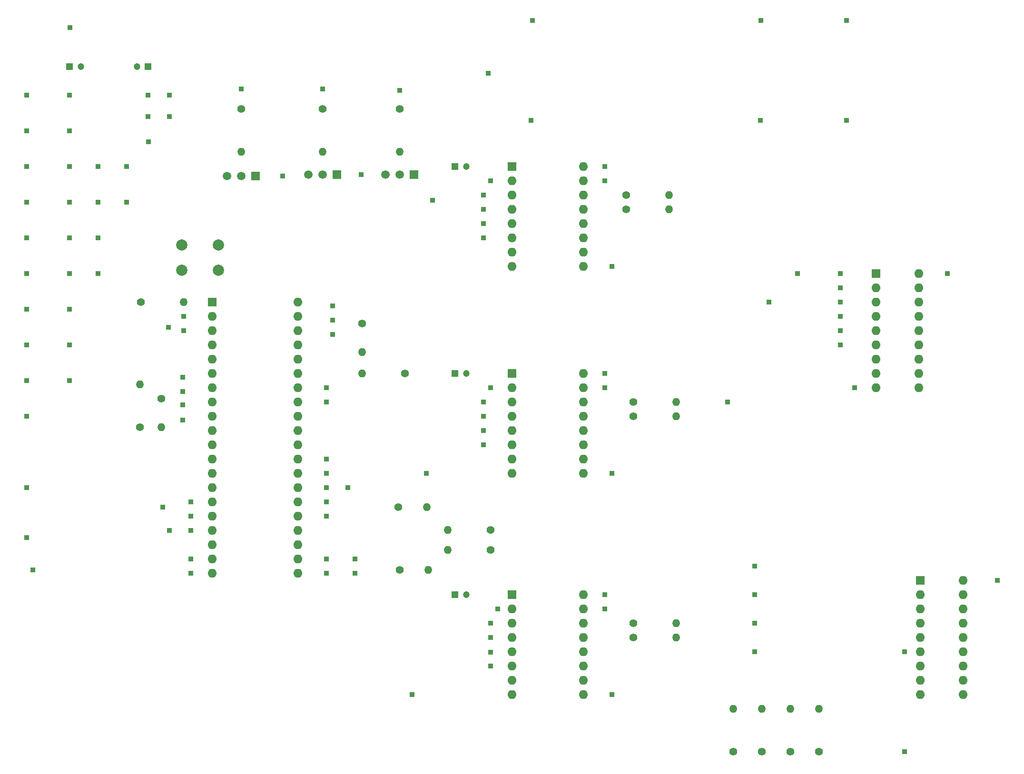
<source format=gbr>
G04 #@! TF.GenerationSoftware,KiCad,Pcbnew,(5.1.2)-2*
G04 #@! TF.CreationDate,2019-12-02T18:06:10-07:00*
G04 #@! TF.ProjectId,sparky,73706172-6b79-42e6-9b69-6361645f7063,rev?*
G04 #@! TF.SameCoordinates,Original*
G04 #@! TF.FileFunction,Copper,L1,Top*
G04 #@! TF.FilePolarity,Positive*
%FSLAX46Y46*%
G04 Gerber Fmt 4.6, Leading zero omitted, Abs format (unit mm)*
G04 Created by KiCad (PCBNEW (5.1.2)-2) date 2019-12-02 18:06:10*
%MOMM*%
%LPD*%
G04 APERTURE LIST*
%ADD10R,1.600000X1.600000*%
%ADD11O,1.600000X1.600000*%
%ADD12R,0.850000X0.850000*%
%ADD13O,1.400000X1.400000*%
%ADD14C,1.400000*%
%ADD15R,1.500000X1.500000*%
%ADD16C,1.500000*%
%ADD17C,2.000000*%
%ADD18R,1.200000X1.200000*%
%ADD19C,1.200000*%
G04 APERTURE END LIST*
D10*
X73660000Y-66040000D03*
D11*
X88900000Y-114300000D03*
X73660000Y-68580000D03*
X88900000Y-111760000D03*
X73660000Y-71120000D03*
X88900000Y-109220000D03*
X73660000Y-73660000D03*
X88900000Y-106680000D03*
X73660000Y-76200000D03*
X88900000Y-104140000D03*
X73660000Y-78740000D03*
X88900000Y-101600000D03*
X73660000Y-81280000D03*
X88900000Y-99060000D03*
X73660000Y-83820000D03*
X88900000Y-96520000D03*
X73660000Y-86360000D03*
X88900000Y-93980000D03*
X73660000Y-88900000D03*
X88900000Y-91440000D03*
X73660000Y-91440000D03*
X88900000Y-88900000D03*
X73660000Y-93980000D03*
X88900000Y-86360000D03*
X73660000Y-96520000D03*
X88900000Y-83820000D03*
X73660000Y-99060000D03*
X88900000Y-81280000D03*
X73660000Y-101600000D03*
X88900000Y-78740000D03*
X73660000Y-104140000D03*
X88900000Y-76200000D03*
X73660000Y-106680000D03*
X88900000Y-73660000D03*
X73660000Y-109220000D03*
X88900000Y-71120000D03*
X73660000Y-111760000D03*
X88900000Y-68580000D03*
X73660000Y-114300000D03*
X88900000Y-66040000D03*
D12*
X171215000Y-15960000D03*
D13*
X78759000Y-39328000D03*
D14*
X78759000Y-31708000D03*
D15*
X109493000Y-43392000D03*
D16*
X104413000Y-43392000D03*
X106953000Y-43392000D03*
D15*
X95777000Y-43392000D03*
D16*
X90697000Y-43392000D03*
X93237000Y-43392000D03*
D15*
X81299000Y-43646000D03*
D16*
X76219000Y-43646000D03*
X78759000Y-43646000D03*
D12*
X112795000Y-47964000D03*
X100095000Y-43392000D03*
X86125000Y-43646000D03*
D13*
X106953000Y-39328000D03*
D14*
X106953000Y-31708000D03*
D13*
X93237000Y-39328000D03*
D14*
X93237000Y-31708000D03*
D12*
X106953000Y-28406000D03*
X93237000Y-28152000D03*
X78759000Y-28152000D03*
X62249000Y-37550000D03*
X122701000Y-25358000D03*
X48279000Y-17230000D03*
X171137000Y-33730000D03*
X130575000Y-15960000D03*
X130321000Y-33740000D03*
X186455000Y-33740000D03*
X186455000Y-15960000D03*
D17*
X68195000Y-60410000D03*
X68195000Y-55910000D03*
X74695000Y-60410000D03*
X74695000Y-55910000D03*
D12*
X65805000Y-70570000D03*
D13*
X64535000Y-88350000D03*
D14*
X64535000Y-83270000D03*
D13*
X60725000Y-80730000D03*
D14*
X60725000Y-88350000D03*
D12*
X64789000Y-102574000D03*
X68345000Y-87080000D03*
X68345000Y-84330000D03*
X68345000Y-82000000D03*
X68345000Y-79460000D03*
X95015000Y-66760000D03*
X95015000Y-69300000D03*
X95015000Y-71840000D03*
D10*
X199595001Y-115570000D03*
D11*
X207215001Y-135890000D03*
X199595001Y-118110000D03*
X207215001Y-133350000D03*
X199595001Y-120650000D03*
X207215001Y-130810000D03*
X199595001Y-123190000D03*
X207215001Y-128270000D03*
X199595001Y-125730000D03*
X207215001Y-125730000D03*
X199595001Y-128270000D03*
X207215001Y-123190000D03*
X199595001Y-130810000D03*
X207215001Y-120650000D03*
X199595001Y-133350000D03*
X207215001Y-118110000D03*
X199595001Y-135890000D03*
X207215001Y-115570000D03*
D10*
X127000000Y-41910000D03*
D11*
X139700000Y-59690000D03*
X127000000Y-44450000D03*
X139700000Y-57150000D03*
X127000000Y-46990000D03*
X139700000Y-54610000D03*
X127000000Y-49530000D03*
X139700000Y-52070000D03*
X127000000Y-52070000D03*
X139700000Y-49530000D03*
X127000000Y-54610000D03*
X139700000Y-46990000D03*
X127000000Y-57150000D03*
X139700000Y-44450000D03*
X127000000Y-59690000D03*
X139700000Y-41910000D03*
X139700000Y-78740000D03*
X127000000Y-96520000D03*
X139700000Y-81280000D03*
X127000000Y-93980000D03*
X139700000Y-83820000D03*
X127000000Y-91440000D03*
X139700000Y-86360000D03*
X127000000Y-88900000D03*
X139700000Y-88900000D03*
X127000000Y-86360000D03*
X139700000Y-91440000D03*
X127000000Y-83820000D03*
X139700000Y-93980000D03*
X127000000Y-81280000D03*
X139700000Y-96520000D03*
D10*
X127000000Y-78740000D03*
X127000000Y-118110000D03*
D11*
X139700000Y-135890000D03*
X127000000Y-120650000D03*
X139700000Y-133350000D03*
X127000000Y-123190000D03*
X139700000Y-130810000D03*
X127000000Y-125730000D03*
X139700000Y-128270000D03*
X127000000Y-128270000D03*
X139700000Y-125730000D03*
X127000000Y-130810000D03*
X139700000Y-123190000D03*
X127000000Y-133350000D03*
X139700000Y-120650000D03*
X127000000Y-135890000D03*
X139700000Y-118110000D03*
D18*
X116840000Y-41910000D03*
D19*
X118840000Y-41910000D03*
X50260000Y-24130000D03*
D18*
X48260000Y-24130000D03*
X116840000Y-78740000D03*
D19*
X118840000Y-78740000D03*
X118840000Y-118110000D03*
D18*
X116840000Y-118110000D03*
X62230000Y-24130000D03*
D19*
X60230000Y-24130000D03*
D12*
X62230000Y-29210000D03*
X62230000Y-33020000D03*
X68580000Y-68580000D03*
X68580000Y-71120000D03*
X93980000Y-83820000D03*
X170180000Y-113030000D03*
X48260000Y-60960000D03*
X48260000Y-73660000D03*
X48260000Y-35560000D03*
X48260000Y-29210000D03*
X48260000Y-48260000D03*
X48260000Y-41910000D03*
X48260000Y-67310000D03*
X48260000Y-54610000D03*
X48260000Y-80010000D03*
X40640000Y-29210000D03*
X40640000Y-35560000D03*
X40640000Y-54610000D03*
X40640000Y-60960000D03*
X40640000Y-67310000D03*
X40640000Y-73660000D03*
X40640000Y-80010000D03*
X40640000Y-86360000D03*
X40640000Y-41910000D03*
X40640000Y-48260000D03*
X69850000Y-101600000D03*
X143510000Y-44450000D03*
X143510000Y-41910000D03*
X93980000Y-104140000D03*
X93980000Y-101600000D03*
X99060000Y-111760000D03*
X144780000Y-59690000D03*
X185420000Y-71120000D03*
X121920000Y-46990000D03*
X121920000Y-49530000D03*
X121920000Y-52070000D03*
X121920000Y-54610000D03*
X93980000Y-99060000D03*
X93980000Y-96520000D03*
X93980000Y-93980000D03*
X66040000Y-106680000D03*
X69850000Y-106680000D03*
X99060000Y-114300000D03*
X93980000Y-114300000D03*
X69850000Y-104140000D03*
X143510000Y-81280000D03*
X143510000Y-120650000D03*
X69850000Y-111760000D03*
X144780000Y-96520000D03*
X144780000Y-135890000D03*
X69850000Y-114300000D03*
X143510000Y-78740000D03*
X170180000Y-128270000D03*
X170180000Y-123190000D03*
X170180000Y-118110000D03*
X93980000Y-81280000D03*
X121920000Y-83820000D03*
X121920000Y-86360000D03*
X121920000Y-88900000D03*
X121920000Y-91440000D03*
X93980000Y-111760000D03*
X97790000Y-99060000D03*
X185420000Y-63500000D03*
X185420000Y-68580000D03*
X143510000Y-118110000D03*
X123190000Y-123190000D03*
X123190000Y-125730000D03*
X123190000Y-128335001D03*
X123190000Y-130810000D03*
D13*
X100330000Y-78740000D03*
D14*
X107950000Y-78740000D03*
X147320000Y-46990000D03*
D13*
X154940000Y-46990000D03*
X154940000Y-49530000D03*
D14*
X147320000Y-49530000D03*
X60960000Y-66040000D03*
D13*
X68580000Y-66040000D03*
D14*
X123190000Y-110194000D03*
D13*
X115570000Y-110194000D03*
D14*
X148590000Y-83820000D03*
D13*
X156210000Y-83820000D03*
X115570000Y-106638000D03*
D14*
X123190000Y-106638000D03*
D13*
X156210000Y-86360000D03*
D14*
X148590000Y-86360000D03*
D13*
X166370000Y-138430000D03*
D14*
X166370000Y-146050000D03*
X171450000Y-146050000D03*
D13*
X171450000Y-138430000D03*
X176530000Y-138430000D03*
D14*
X176530000Y-146050000D03*
X148590000Y-123190000D03*
D13*
X156210000Y-123190000D03*
X156210000Y-125730000D03*
D14*
X148590000Y-125730000D03*
X181610000Y-146050000D03*
D13*
X181610000Y-138430000D03*
X100330000Y-74930000D03*
D14*
X100330000Y-69850000D03*
X106953000Y-113750000D03*
D13*
X112033000Y-113750000D03*
X111779000Y-102574000D03*
D14*
X106699000Y-102574000D03*
D11*
X199390000Y-60960000D03*
X191770000Y-81280000D03*
X199390000Y-63500000D03*
X191770000Y-78740000D03*
X199390000Y-66040000D03*
X191770000Y-76200000D03*
X199390000Y-68580000D03*
X191770000Y-73660000D03*
X199390000Y-71120000D03*
X191770000Y-71120000D03*
X199390000Y-73660000D03*
X191770000Y-68580000D03*
X199390000Y-76200000D03*
X191770000Y-66040000D03*
X199390000Y-78740000D03*
X191770000Y-63500000D03*
X199390000Y-81280000D03*
D10*
X191770000Y-60960000D03*
D12*
X185420000Y-60960000D03*
X185420000Y-66040000D03*
X177800000Y-60960000D03*
X172720000Y-66040000D03*
X185420000Y-73660000D03*
X109220000Y-135890000D03*
X66040000Y-29210000D03*
X111760000Y-96520000D03*
X66040000Y-33020000D03*
X58420000Y-41910000D03*
X123190000Y-81280000D03*
X53340000Y-54610000D03*
X58420000Y-48260000D03*
X123190000Y-44450000D03*
X53340000Y-41910000D03*
X53340000Y-60960000D03*
X124460000Y-120650000D03*
X204470000Y-60960000D03*
X53340000Y-48260000D03*
X165355001Y-83835001D03*
X213360000Y-115570000D03*
X196850000Y-146050000D03*
X40640000Y-99060000D03*
X40640000Y-107950000D03*
X187960000Y-81280000D03*
X196850000Y-128270000D03*
X41675000Y-113750000D03*
M02*

</source>
